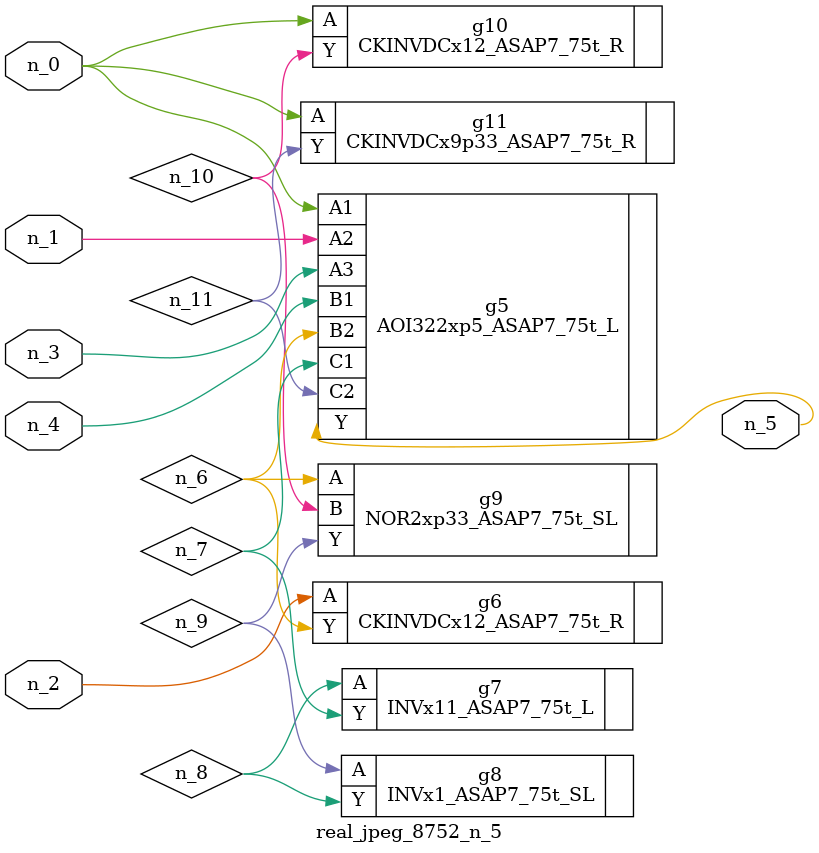
<source format=v>
module real_jpeg_8752_n_5 (n_4, n_0, n_1, n_2, n_3, n_5);

input n_4;
input n_0;
input n_1;
input n_2;
input n_3;

output n_5;

wire n_8;
wire n_11;
wire n_6;
wire n_7;
wire n_10;
wire n_9;

AOI322xp5_ASAP7_75t_L g5 ( 
.A1(n_0),
.A2(n_1),
.A3(n_3),
.B1(n_4),
.B2(n_6),
.C1(n_7),
.C2(n_11),
.Y(n_5)
);

CKINVDCx12_ASAP7_75t_R g10 ( 
.A(n_0),
.Y(n_10)
);

CKINVDCx9p33_ASAP7_75t_R g11 ( 
.A(n_0),
.Y(n_11)
);

CKINVDCx12_ASAP7_75t_R g6 ( 
.A(n_2),
.Y(n_6)
);

NOR2xp33_ASAP7_75t_SL g9 ( 
.A(n_6),
.B(n_10),
.Y(n_9)
);

INVx11_ASAP7_75t_L g7 ( 
.A(n_8),
.Y(n_7)
);

INVx1_ASAP7_75t_SL g8 ( 
.A(n_9),
.Y(n_8)
);


endmodule
</source>
